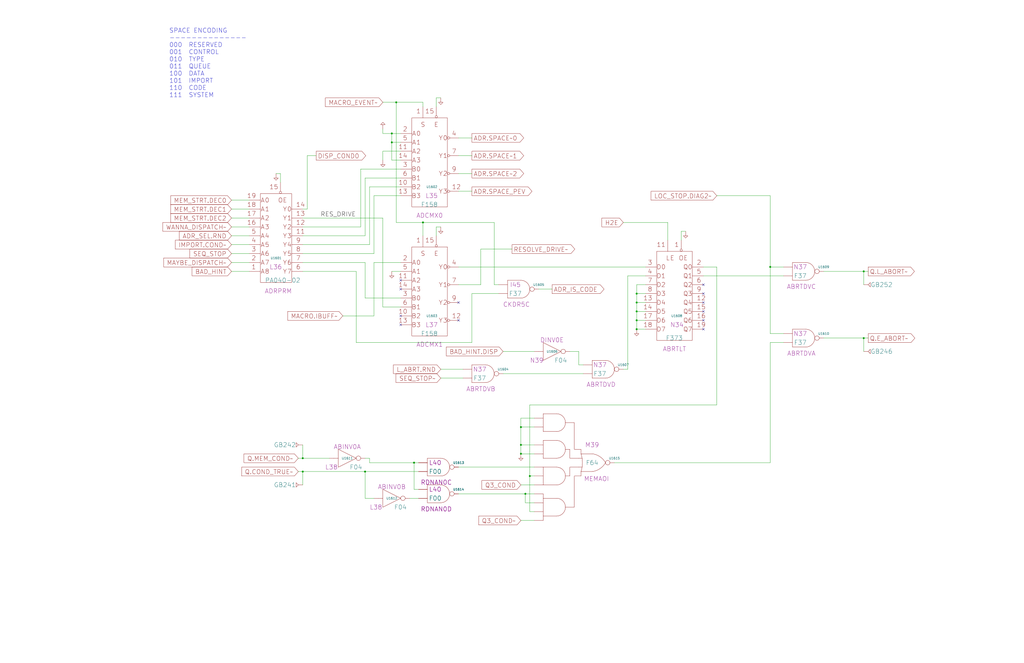
<source format=kicad_sch>
(kicad_sch (version 20211123) (generator eeschema)
  (paper "User" 584.2 378.46)
  (title_block (title "ADDRESS LOGIC CONTROL") (date "22-MAY-90") (rev "1.0") (comment 1 "SEQUENCER") (comment 2 "232-003064") (comment 3 "S400") (comment 4 "RELEASED"))
  (lib_symbols
    (symbol "r1000:F00" (pin_numbers hide) (pin_names hide)
      (property "Reference" "U" (at 15.24 0 0))
      (property "Value" "F00" (at 1.905 -5.08 0))
      (property "Location" "___" (at 1.905 0 0))
      (property "Name" "______" (at 2.54 -12.7 0))
      (symbol "F00_0_1"
        (polyline (pts (xy -2.54 -7.62) (xy 5.08 -7.62)) (stroke (width 0.1524)))
        (polyline (pts (xy -2.54 2.54) (xy -2.54 -7.62)) (stroke (width 0.1524)))
        (polyline (pts (xy -2.54 2.54) (xy 5.08 2.54)) (stroke (width 0.1524)))
        (arc (start 5.08 -7.62) (mid 10.1282 -2.54) (end 5.08 2.54) (stroke (width 0.1524)))
        (circle (center 11.43 -2.54) (radius 1.27) (stroke (width 0.1524)))
      )
      (symbol "F00_0_2"
        (circle (center -3.81 -5.08) (radius 1.27) (stroke (width 0.1524)))
        (circle (center -3.81 0) (radius 1.27) (stroke (width 0.1524)))
        (arc (start -3.175 -7.62) (mid -2.134 -2.54) (end -3.175 2.54) (stroke (width 0.1524)))
        (polyline (pts (xy -3.175 -7.62) (xy 3.81 -7.62)) (stroke (width 0.1524)))
        (polyline (pts (xy -3.175 2.54) (xy 3.81 2.54)) (stroke (width 0.1524)))
        (arc (start 3.81 -7.62) (mid 7.5855 -5.8306) (end 10.16 -2.54) (stroke (width 0.1524)))
        (arc (start 10.16 -2.54) (mid 7.5827 0.7471) (end 3.81 2.54) (stroke (width 0.1524)))
      )
      (symbol "F00_1_1"
        (pin input line (at -7.62 0 0) (length 5.08) (name "D0") (number "1"))
        (pin input line (at -7.62 -5.08 0) (length 5.08) (name "D1") (number "2"))
        (pin output line (at 15.24 -2.54 180) (length 2.54) (name "Q") (number "3"))
      )
      (symbol "F00_1_2"
        (pin input line (at -7.62 0 0) (length 2.54) (name "D0") (number "1"))
        (pin input line (at -7.62 -5.08 0) (length 2.54) (name "D1") (number "2"))
        (pin output line (at 15.24 -2.54 180) (length 5.08) (name "Q") (number "3"))
      )
    )
    (symbol "r1000:F04" (pin_numbers hide) (pin_names hide)
      (property "Reference" "U" (at 0 0 0))
      (property "Value" "F04" (at 1.27 -5.08 0))
      (property "Location" "___" (at -12.7 -5.08 0))
      (property "Name" "______" (at 0 5.08 0))
      (symbol "F04_0_1"
        (polyline (pts (xy -7.62 0) (xy -5.08 0)) (stroke (width 0.1524)))
        (polyline (pts (xy -5.08 5.08) (xy -5.08 -5.08)) (stroke (width 0.1524)))
        (polyline (pts (xy 5.08 0) (xy -5.08 -5.08)) (stroke (width 0.1524)))
        (polyline (pts (xy 5.08 0) (xy -5.08 5.08)) (stroke (width 0.1524)))
        (circle (center 6.35 0) (radius 1.27) (stroke (width 0.1524)))
      )
      (symbol "F04_1_1"
        (pin input line (at -10.16 0 0) (length 2.54) (name "D") (number "1"))
        (pin output line (at 10.16 0 180) (length 2.54) (name "Q") (number "2"))
      )
    )
    (symbol "r1000:F158" (pin_numbers hide) (pin_names (offset 1.016) hide)
      (property "Reference" "U" (at 2.54 5.08 0))
      (property "Value" "F158" (at -3.81 -5.08 0))
      (property "Location" "___" (at -1.27 0 0))
      (property "Name" "______" (at 1.27 -12.7 0))
      (symbol "F158_1_1"
        (rectangle (start -8.89 44.45) (end 11.43 -6.35))
        (circle (center 5.08 45.085) (radius 0.635))
        (circle (center 12.065 2.54) (radius 0.635))
        (circle (center 12.065 12.7) (radius 0.635))
        (circle (center 12.065 22.86) (radius 0.635))
        (circle (center 12.065 33.02) (radius 0.635))
        (text "0" (at -12.7 7.62 0) (effects (font (size 2.54 2.54))))
        (text "0" (at -5.08 15.24 0) (effects (font (size 2.54 2.54))))
        (text "0" (at -5.08 35.56 0) (effects (font (size 2.54 2.54))))
        (text "0" (at 10.16 33.02 0) (effects (font (size 2.54 2.54))))
        (text "1" (at -15.24 2.54 0) (effects (font (size 2.54 2.54))))
        (text "1" (at -15.24 7.62 0) (effects (font (size 2.54 2.54))))
        (text "1" (at -15.24 22.86 0) (effects (font (size 2.54 2.54))))
        (text "1" (at -15.24 27.94 0) (effects (font (size 2.54 2.54))))
        (text "1" (at -12.7 27.94 0) (effects (font (size 2.54 2.54))))
        (text "1" (at -5.08 10.16 0) (effects (font (size 2.54 2.54))))
        (text "1" (at -5.08 30.48 0) (effects (font (size 2.54 2.54))))
        (text "1" (at -5.08 48.26 0) (effects (font (size 2.54 2.54))))
        (text "1" (at 0 48.26 0) (effects (font (size 2.54 2.54))))
        (text "1" (at 10.16 22.86 0) (effects (font (size 2.54 2.54))))
        (text "1" (at 15.24 5.08 0) (effects (font (size 2.54 2.54))))
        (text "2" (at -12.7 38.1 0) (effects (font (size 2.54 2.54))))
        (text "2" (at -5.08 5.08 0) (effects (font (size 2.54 2.54))))
        (text "2" (at -5.08 25.4 0) (effects (font (size 2.54 2.54))))
        (text "2" (at 10.16 12.7 0) (effects (font (size 2.54 2.54))))
        (text "2" (at 17.78 5.08 0) (effects (font (size 2.54 2.54))))
        (text "3" (at -12.7 2.54 0) (effects (font (size 2.54 2.54))))
        (text "3" (at -12.7 17.78 0) (effects (font (size 2.54 2.54))))
        (text "3" (at -5.08 0 0) (effects (font (size 2.54 2.54))))
        (text "3" (at -5.08 20.32 0) (effects (font (size 2.54 2.54))))
        (text "3" (at 10.16 2.54 0) (effects (font (size 2.54 2.54))))
        (text "4" (at -12.7 22.86 0) (effects (font (size 2.54 2.54))))
        (text "4" (at 15.24 35.56 0) (effects (font (size 2.54 2.54))))
        (text "5" (at -12.7 33.02 0) (effects (font (size 2.54 2.54))))
        (text "5" (at 2.54 48.26 0) (effects (font (size 2.54 2.54))))
        (text "6" (at -12.7 12.7 0) (effects (font (size 2.54 2.54))))
        (text "7" (at 15.24 25.4 0) (effects (font (size 2.54 2.54))))
        (text "9" (at 15.24 15.24 0) (effects (font (size 2.54 2.54))))
        (text "A" (at -7.62 20.32 0) (effects (font (size 2.54 2.54))))
        (text "A" (at -7.62 25.4 0) (effects (font (size 2.54 2.54))))
        (text "A" (at -7.62 30.48 0) (effects (font (size 2.54 2.54))))
        (text "A" (at -7.62 35.56 0) (effects (font (size 2.54 2.54))))
        (text "B" (at -7.62 0 0) (effects (font (size 2.54 2.54))))
        (text "B" (at -7.62 5.08 0) (effects (font (size 2.54 2.54))))
        (text "B" (at -7.62 10.16 0) (effects (font (size 2.54 2.54))))
        (text "B" (at -7.62 15.24 0) (effects (font (size 2.54 2.54))))
        (text "E" (at 5.08 40.64 0) (effects (font (size 2.54 2.54))))
        (text "S" (at -2.54 40.64 0) (effects (font (size 2.54 2.54))))
        (text "Y" (at 7.62 2.54 0) (effects (font (size 2.54 2.54))))
        (text "Y" (at 7.62 12.7 0) (effects (font (size 2.54 2.54))))
        (text "Y" (at 7.62 22.86 0) (effects (font (size 2.54 2.54))))
        (text "Y" (at 7.62 33.02 0) (effects (font (size 2.54 2.54))))
        (pin input line (at -2.54 50.8 270) (length 6.35) (name "S") (number "1"))
        (pin input line (at -15.24 5.08 0) (length 6.35) (name "B2") (number "10"))
        (pin input line (at -15.24 25.4 0) (length 6.35) (name "A2") (number "11"))
        (pin output line (at 17.78 2.54 180) (length 5.08) (name "Y3_") (number "12"))
        (pin input line (at -15.24 0 0) (length 6.35) (name "B3") (number "13"))
        (pin input line (at -15.24 20.32 0) (length 6.35) (name "A3") (number "14"))
        (pin input line (at 5.08 50.8 270) (length 5.08) (name "E_") (number "15"))
        (pin input line (at -15.24 35.56 0) (length 6.35) (name "A0") (number "2"))
        (pin input line (at -15.24 15.24 0) (length 6.35) (name "B0") (number "3"))
        (pin output line (at 17.78 33.02 180) (length 5.08) (name "Y0_") (number "4"))
        (pin input line (at -15.24 30.48 0) (length 6.35) (name "A1") (number "5"))
        (pin input line (at -15.24 10.16 0) (length 6.35) (name "B1") (number "6"))
        (pin output line (at 17.78 22.86 180) (length 5.08) (name "Y1_") (number "7"))
        (pin output line (at 17.78 12.7 180) (length 5.08) (name "Y2_") (number "9"))
      )
    )
    (symbol "r1000:F37" (pin_numbers hide) (pin_names (offset 0) hide)
      (property "Reference" "U" (at 15.24 0 0))
      (property "Value" "F37" (at 1.905 -5.08 0))
      (property "Location" "___" (at 1.905 0 0))
      (property "Name" "______" (at 2.54 -12.7 0))
      (symbol "F37_0_1"
        (polyline (pts (xy -2.54 -7.62) (xy 5.08 -7.62)) (stroke (width 0.1524)))
        (polyline (pts (xy -2.54 2.54) (xy -2.54 -7.62)) (stroke (width 0.1524)))
        (polyline (pts (xy -2.54 2.54) (xy 5.08 2.54)) (stroke (width 0.1524)))
        (arc (start 5.08 -7.62) (mid 10.1282 -2.54) (end 5.08 2.54) (stroke (width 0.1524)))
        (circle (center 11.43 -2.54) (radius 1.27) (stroke (width 0.1524)))
      )
      (symbol "F37_0_2"
        (circle (center -3.81 -5.08) (radius 1.27) (stroke (width 0.1524)))
        (circle (center -3.81 0) (radius 1.27) (stroke (width 0.1524)))
        (arc (start -3.175 -7.62) (mid -2.134 -2.54) (end -3.175 2.54) (stroke (width 0.1524)))
        (polyline (pts (xy -3.175 -7.62) (xy 3.81 -7.62)) (stroke (width 0.1524)))
        (polyline (pts (xy -3.175 2.54) (xy 3.81 2.54)) (stroke (width 0.1524)))
        (arc (start 3.81 -7.62) (mid 7.5855 -5.8306) (end 10.16 -2.54) (stroke (width 0.1524)))
        (arc (start 10.16 -2.54) (mid 7.5827 0.7471) (end 3.81 2.54) (stroke (width 0.1524)))
      )
      (symbol "F37_1_1"
        (pin input line (at -7.62 0 0) (length 5.08) (name "D0") (number "1"))
        (pin input line (at -7.62 -5.08 0) (length 5.08) (name "D1") (number "2"))
        (pin output line (at 15.24 -2.54 180) (length 2.54) (name "Q") (number "3"))
      )
      (symbol "F37_1_2"
        (pin input line (at -7.62 0 0) (length 2.54) (name "D0") (number "1"))
        (pin input line (at -7.62 -5.08 0) (length 2.54) (name "D1") (number "2"))
        (pin output line (at 15.24 -2.54 180) (length 5.08) (name "Q") (number "3"))
      )
    )
    (symbol "r1000:F373" (pin_numbers hide) (pin_names (offset 1.016) hide)
      (property "Reference" "U" (at 2.54 5.08 0))
      (property "Value" "F373" (at -3.81 -7.62 0))
      (property "Location" "___" (at -1.27 0 0))
      (property "Name" "______" (at 1.27 -15.24 0))
      (symbol "F373_1_1"
        (rectangle (start -8.89 41.91) (end 11.43 -8.89))
        (circle (center 5.08 42.545) (radius 0.635))
        (text "0" (at -5.08 33.02 0) (effects (font (size 2.54 2.54))))
        (text "0" (at 10.16 33.02 0) (effects (font (size 2.54 2.54))))
        (text "1" (at -15.24 0 0) (effects (font (size 2.54 2.54))))
        (text "1" (at -15.24 5.08 0) (effects (font (size 2.54 2.54))))
        (text "1" (at -15.24 10.16 0) (effects (font (size 2.54 2.54))))
        (text "1" (at -15.24 15.24 0) (effects (font (size 2.54 2.54))))
        (text "1" (at -7.62 45.72 0) (effects (font (size 2.54 2.54))))
        (text "1" (at -5.08 27.94 0) (effects (font (size 2.54 2.54))))
        (text "1" (at -5.08 45.72 0) (effects (font (size 2.54 2.54))))
        (text "1" (at 2.54 45.72 0) (effects (font (size 2.54 2.54))))
        (text "1" (at 10.16 27.94 0) (effects (font (size 2.54 2.54))))
        (text "1" (at 15.24 0 0) (effects (font (size 2.54 2.54))))
        (text "1" (at 15.24 5.08 0) (effects (font (size 2.54 2.54))))
        (text "1" (at 15.24 10.16 0) (effects (font (size 2.54 2.54))))
        (text "1" (at 15.24 15.24 0) (effects (font (size 2.54 2.54))))
        (text "2" (at -5.08 22.86 0) (effects (font (size 2.54 2.54))))
        (text "2" (at 10.16 22.86 0) (effects (font (size 2.54 2.54))))
        (text "2" (at 15.24 35.56 0) (effects (font (size 2.54 2.54))))
        (text "2" (at 17.78 15.24 0) (effects (font (size 2.54 2.54))))
        (text "3" (at -12.7 15.24 0) (effects (font (size 2.54 2.54))))
        (text "3" (at -12.7 35.56 0) (effects (font (size 2.54 2.54))))
        (text "3" (at -5.08 17.78 0) (effects (font (size 2.54 2.54))))
        (text "3" (at 10.16 17.78 0) (effects (font (size 2.54 2.54))))
        (text "4" (at -12.7 10.16 0) (effects (font (size 2.54 2.54))))
        (text "4" (at -12.7 30.48 0) (effects (font (size 2.54 2.54))))
        (text "4" (at -5.08 12.7 0) (effects (font (size 2.54 2.54))))
        (text "4" (at 10.16 12.7 0) (effects (font (size 2.54 2.54))))
        (text "5" (at -5.08 7.62 0) (effects (font (size 2.54 2.54))))
        (text "5" (at 10.16 7.62 0) (effects (font (size 2.54 2.54))))
        (text "5" (at 15.24 30.48 0) (effects (font (size 2.54 2.54))))
        (text "5" (at 17.78 10.16 0) (effects (font (size 2.54 2.54))))
        (text "6" (at -5.08 2.54 0) (effects (font (size 2.54 2.54))))
        (text "6" (at 10.16 2.54 0) (effects (font (size 2.54 2.54))))
        (text "6" (at 15.24 25.4 0) (effects (font (size 2.54 2.54))))
        (text "6" (at 17.78 5.08 0) (effects (font (size 2.54 2.54))))
        (text "7" (at -12.7 5.08 0) (effects (font (size 2.54 2.54))))
        (text "7" (at -12.7 25.4 0) (effects (font (size 2.54 2.54))))
        (text "7" (at -5.08 -2.54 0) (effects (font (size 2.54 2.54))))
        (text "7" (at 10.16 -2.54 0) (effects (font (size 2.54 2.54))))
        (text "8" (at -12.7 0 0) (effects (font (size 2.54 2.54))))
        (text "8" (at -12.7 20.32 0) (effects (font (size 2.54 2.54))))
        (text "9" (at 15.24 20.32 0) (effects (font (size 2.54 2.54))))
        (text "9" (at 17.78 0 0) (effects (font (size 2.54 2.54))))
        (text "D" (at -7.62 -2.54 0) (effects (font (size 2.54 2.54))))
        (text "D" (at -7.62 2.54 0) (effects (font (size 2.54 2.54))))
        (text "D" (at -7.62 7.62 0) (effects (font (size 2.54 2.54))))
        (text "D" (at -7.62 12.7 0) (effects (font (size 2.54 2.54))))
        (text "D" (at -7.62 17.78 0) (effects (font (size 2.54 2.54))))
        (text "D" (at -7.62 22.86 0) (effects (font (size 2.54 2.54))))
        (text "D" (at -7.62 27.94 0) (effects (font (size 2.54 2.54))))
        (text "D" (at -7.62 33.02 0) (effects (font (size 2.54 2.54))))
        (text "E" (at 0 38.1 0) (effects (font (size 2.54 2.54))))
        (text "E" (at 7.62 38.1 0) (effects (font (size 2.54 2.54))))
        (text "L" (at -2.54 38.1 0) (effects (font (size 2.54 2.54))))
        (text "O" (at 5.08 38.1 0) (effects (font (size 2.54 2.54))))
        (text "Q" (at 7.62 -2.54 0) (effects (font (size 2.54 2.54))))
        (text "Q" (at 7.62 2.54 0) (effects (font (size 2.54 2.54))))
        (text "Q" (at 7.62 7.62 0) (effects (font (size 2.54 2.54))))
        (text "Q" (at 7.62 12.7 0) (effects (font (size 2.54 2.54))))
        (text "Q" (at 7.62 17.78 0) (effects (font (size 2.54 2.54))))
        (text "Q" (at 7.62 22.86 0) (effects (font (size 2.54 2.54))))
        (text "Q" (at 7.62 27.94 0) (effects (font (size 2.54 2.54))))
        (text "Q" (at 7.62 33.02 0) (effects (font (size 2.54 2.54))))
        (pin input line (at 5.08 48.26 270) (length 5.08) (name "OE_") (number "1"))
        (pin input line (at -2.54 48.26 270) (length 6.35) (name "LE") (number "11"))
        (pin tri_state line (at 17.78 12.7 180) (length 6.35) (name "Q4") (number "12"))
        (pin input line (at -15.24 12.7 0) (length 6.35) (name "D4") (number "13"))
        (pin input line (at -15.24 7.62 0) (length 6.35) (name "D5") (number "14"))
        (pin tri_state line (at 17.78 7.62 180) (length 6.35) (name "Q5") (number "15"))
        (pin tri_state line (at 17.78 2.54 180) (length 6.35) (name "Q6") (number "16"))
        (pin input line (at -15.24 2.54 0) (length 6.35) (name "D6") (number "17"))
        (pin input line (at -15.24 -2.54 0) (length 6.35) (name "D7") (number "18"))
        (pin tri_state line (at 17.78 -2.54 180) (length 6.35) (name "Q7") (number "19"))
        (pin tri_state line (at 17.78 33.02 180) (length 6.35) (name "Q0") (number "2"))
        (pin input line (at -15.24 33.02 0) (length 6.35) (name "D0") (number "3"))
        (pin input line (at -15.24 27.94 0) (length 6.35) (name "D1") (number "4"))
        (pin tri_state line (at 17.78 27.94 180) (length 6.35) (name "Q1") (number "5"))
        (pin tri_state line (at 17.78 22.86 180) (length 6.35) (name "Q2") (number "6"))
        (pin input line (at -15.24 22.86 0) (length 6.35) (name "D2") (number "7"))
        (pin input line (at -15.24 17.78 0) (length 6.35) (name "D3") (number "8"))
        (pin tri_state line (at 17.78 17.78 180) (length 6.35) (name "Q3") (number "9"))
      )
    )
    (symbol "r1000:F64" (pin_numbers hide) (pin_names hide)
      (property "Reference" "U" (at 15.24 2.54 0))
      (property "Value" "F64" (at 2.54 0 0))
      (property "Location" "___" (at 2.54 10.16 0))
      (property "Name" "______" (at 5.08 -10.62 0))
      (symbol "F64_0_0"
        (arc (start -17.78 -30.48) (mid -14.1879 -28.9921) (end -12.7 -25.4) (stroke (width 0.1524)))
        (arc (start -17.78 -12.7) (mid -14.1879 -11.2121) (end -12.7 -7.62) (stroke (width 0.1524)))
        (arc (start -17.78 2.54) (mid -14.1879 4.0279) (end -12.7 7.62) (stroke (width 0.1524)))
        (arc (start -17.78 17.78) (mid -14.1879 19.2679) (end -12.7 22.86) (stroke (width 0.1524)))
        (arc (start -12.7 -25.4) (mid -14.1879 -21.8079) (end -17.78 -20.32) (stroke (width 0.1524)))
        (arc (start -12.7 -7.62) (mid -14.1879 -4.0279) (end -17.78 -2.54) (stroke (width 0.1524)))
        (arc (start -12.7 7.62) (mid -14.1879 11.2121) (end -17.78 12.7) (stroke (width 0.1524)))
        (arc (start -12.7 22.86) (mid -14.1879 26.4521) (end -17.78 27.94) (stroke (width 0.1524)))
        (arc (start -3.8173 -5.08) (mid -2.9926 0) (end -3.8173 5.08) (stroke (width 0.1524)))
        (polyline (pts (xy -25.4 -30.48) (xy -17.78 -30.48)) (stroke (width 0.1524)))
        (polyline (pts (xy -25.4 -20.32) (xy -17.78 -20.32)) (stroke (width 0.1524)))
        (polyline (pts (xy -25.4 -12.7) (xy -17.78 -12.7)) (stroke (width 0.1524)))
        (polyline (pts (xy -25.4 -2.54) (xy -17.78 -2.54)) (stroke (width 0.1524)))
        (polyline (pts (xy -25.4 2.54) (xy -17.78 2.54)) (stroke (width 0.1524)))
        (polyline (pts (xy -25.4 12.7) (xy -17.78 12.7)) (stroke (width 0.1524)))
        (polyline (pts (xy -25.4 17.78) (xy -17.78 17.78)) (stroke (width 0.1524)))
        (polyline (pts (xy -25.4 27.94) (xy -17.78 27.94)) (stroke (width 0.1524)))
        (polyline (pts (xy -3.81 -5.08) (xy 2.54 -5.08)) (stroke (width 0.1524)))
        (polyline (pts (xy -3.81 5.08) (xy 2.54 5.08)) (stroke (width 0.1524)))
        (arc (start 2.54 -5.08) (mid 6.9504 -3.4405) (end 10.16 0) (stroke (width 0.1524)))
        (arc (start 10.16 0) (mid 6.9516 3.4424) (end 2.54 5.08) (stroke (width 0.1524)))
        (circle (center 11.43 0) (radius 1.27) (stroke (width 0.1524)))
      )
      (symbol "F64_0_1"
        (polyline (pts (xy -25.4 -33.02) (xy -25.4 -30.48)) (stroke (width 0.1524)))
        (polyline (pts (xy -25.4 -20.32) (xy -25.4 -30.48)) (stroke (width 0.1524)))
        (polyline (pts (xy -25.4 -17.78) (xy -25.4 -20.32)) (stroke (width 0.1524)))
        (polyline (pts (xy -25.4 -2.54) (xy -25.4 -12.7)) (stroke (width 0.1524)))
        (polyline (pts (xy -25.4 12.7) (xy -25.4 2.54)) (stroke (width 0.1524)))
        (polyline (pts (xy -25.4 27.94) (xy -25.4 17.78)) (stroke (width 0.1524)))
        (polyline (pts (xy -12.7 -7.62) (xy -12.7 -7.62)) (stroke (width 0.1524)))
        (polyline (pts (xy -5.08 -2.54) (xy -3.175 -2.54)) (stroke (width 0.1524)))
        (polyline (pts (xy -5.08 2.54) (xy -3.175 2.54)) (stroke (width 0.1524)))
        (polyline (pts (xy -12.7 -7.62) (xy -10.16 -7.62) (xy -10.16 -2.54) (xy -5.08 -2.54)) (stroke (width 0.1524)))
        (polyline (pts (xy -12.7 7.62) (xy -10.16 7.62) (xy -10.16 2.54) (xy -5.08 2.54)) (stroke (width 0.1524)))
        (polyline (pts (xy -3.81 -5.08) (xy -3.81 -7.62) (xy -7.62 -7.62) (xy -7.62 -25.4) (xy -12.7 -25.4)) (stroke (width 0.1524)))
        (polyline (pts (xy -3.81 5.08) (xy -3.81 7.62) (xy -7.62 7.62) (xy -7.62 22.86) (xy -12.7 22.86)) (stroke (width 0.1524)))
      )
      (symbol "F64_1_1"
        (pin input line (at -30.48 -17.78 0) (length 5.08) (name "D0") (number "1"))
        (pin input line (at -30.48 5.08 0) (length 5.08) (name "B1") (number "10"))
        (pin input line (at -30.48 -22.86 0) (length 5.08) (name "D1") (number "11"))
        (pin input line (at -30.48 -27.94 0) (length 5.08) (name "D2") (number "12"))
        (pin input line (at -30.48 -33.02 0) (length 5.08) (name "D3") (number "13"))
        (pin input line (at -30.48 25.4 0) (length 5.08) (name "A0") (number "2"))
        (pin input line (at -30.48 20.32 0) (length 5.08) (name "A1") (number "3"))
        (pin input line (at -30.48 -2.54 0) (length 5.08) (name "C0") (number "4"))
        (pin input line (at -30.48 -7.62 0) (length 5.08) (name "C1") (number "5"))
        (pin input line (at -30.48 -12.7 0) (length 5.08) (name "C2") (number "6"))
        (pin output line (at 15.24 0 180) (length 2.54) (name "Q") (number "8"))
        (pin input line (at -30.48 10.16 0) (length 5.08) (name "B0") (number "9"))
      )
    )
    (symbol "r1000:GB" (pin_numbers hide) (pin_names (offset 0) hide)
      (property "Reference" "GB" (at 3.81 0 0))
      (symbol "GB_0_1"
        (polyline (pts (xy 2.54 0) (xy 3.81 1.27) (xy 3.81 -1.27) (xy 2.54 0)) (stroke (width 0.1524)))
      )
      (symbol "GB_1_1"
        (pin bidirectional line (at 0 0 0) (length 2.54) (name "") (number "1"))
      )
    )
    (symbol "r1000:PAxxx" (pin_numbers hide) (pin_names (offset 1.016) hide)
      (property "Reference" "U" (at 2.54 5.08 0))
      (property "Value" "PAxxx" (at -3.81 -7.62 0))
      (property "Location" "___" (at -1.27 0 0))
      (property "Name" "______" (at 3.81 -15.24 0))
      (symbol "PAxxx_1_1"
        (rectangle (start -6.35 41.91) (end 11.43 -8.89))
        (circle (center 5.08 42.545) (radius 0.635))
        (text "0" (at -2.54 38.1 0) (effects (font (size 2.54 2.54))))
        (text "0" (at 10.16 33.02 0) (effects (font (size 2.54 2.54))))
        (text "1" (at -12.7 25.4 0) (effects (font (size 2.54 2.54))))
        (text "1" (at -12.7 30.48 0) (effects (font (size 2.54 2.54))))
        (text "1" (at -12.7 35.56 0) (effects (font (size 2.54 2.54))))
        (text "1" (at -12.7 40.64 0) (effects (font (size 2.54 2.54))))
        (text "1" (at -10.16 0 0) (effects (font (size 2.54 2.54))))
        (text "1" (at -2.54 33.02 0) (effects (font (size 2.54 2.54))))
        (text "1" (at 0 45.72 0) (effects (font (size 2.54 2.54))))
        (text "1" (at 10.16 27.94 0) (effects (font (size 2.54 2.54))))
        (text "1" (at 15.24 20.32 0) (effects (font (size 2.54 2.54))))
        (text "1" (at 15.24 25.4 0) (effects (font (size 2.54 2.54))))
        (text "1" (at 15.24 30.48 0) (effects (font (size 2.54 2.54))))
        (text "1" (at 15.24 35.56 0) (effects (font (size 2.54 2.54))))
        (text "1" (at 17.78 20.32 0) (effects (font (size 2.54 2.54))))
        (text "2" (at -10.16 5.08 0) (effects (font (size 2.54 2.54))))
        (text "2" (at -2.54 27.94 0) (effects (font (size 2.54 2.54))))
        (text "2" (at 10.16 22.86 0) (effects (font (size 2.54 2.54))))
        (text "2" (at 17.78 25.4 0) (effects (font (size 2.54 2.54))))
        (text "3" (at -10.16 10.16 0) (effects (font (size 2.54 2.54))))
        (text "3" (at -2.54 22.86 0) (effects (font (size 2.54 2.54))))
        (text "3" (at 10.16 17.78 0) (effects (font (size 2.54 2.54))))
        (text "3" (at 17.78 30.48 0) (effects (font (size 2.54 2.54))))
        (text "4" (at -10.16 15.24 0) (effects (font (size 2.54 2.54))))
        (text "4" (at -2.54 17.78 0) (effects (font (size 2.54 2.54))))
        (text "4" (at 10.16 12.7 0) (effects (font (size 2.54 2.54))))
        (text "4" (at 17.78 35.56 0) (effects (font (size 2.54 2.54))))
        (text "5" (at -10.16 20.32 0) (effects (font (size 2.54 2.54))))
        (text "5" (at -2.54 12.7 0) (effects (font (size 2.54 2.54))))
        (text "5" (at 2.54 45.72 0) (effects (font (size 2.54 2.54))))
        (text "5" (at 10.16 7.62 0) (effects (font (size 2.54 2.54))))
        (text "6" (at -10.16 25.4 0) (effects (font (size 2.54 2.54))))
        (text "6" (at -2.54 7.62 0) (effects (font (size 2.54 2.54))))
        (text "6" (at 10.16 2.54 0) (effects (font (size 2.54 2.54))))
        (text "6" (at 15.24 0 0) (effects (font (size 2.54 2.54))))
        (text "7" (at -10.16 30.48 0) (effects (font (size 2.54 2.54))))
        (text "7" (at -2.54 2.54 0) (effects (font (size 2.54 2.54))))
        (text "7" (at 10.16 -2.54 0) (effects (font (size 2.54 2.54))))
        (text "7" (at 15.24 5.08 0) (effects (font (size 2.54 2.54))))
        (text "8" (at -10.16 35.56 0) (effects (font (size 2.54 2.54))))
        (text "8" (at -2.54 -2.54 0) (effects (font (size 2.54 2.54))))
        (text "8" (at 15.24 10.16 0) (effects (font (size 2.54 2.54))))
        (text "9" (at -10.16 40.64 0) (effects (font (size 2.54 2.54))))
        (text "9" (at 15.24 15.24 0) (effects (font (size 2.54 2.54))))
        (text "A" (at -5.08 -2.54 0) (effects (font (size 2.54 2.54))))
        (text "A" (at -5.08 2.54 0) (effects (font (size 2.54 2.54))))
        (text "A" (at -5.08 7.62 0) (effects (font (size 2.54 2.54))))
        (text "A" (at -5.08 12.7 0) (effects (font (size 2.54 2.54))))
        (text "A" (at -5.08 17.78 0) (effects (font (size 2.54 2.54))))
        (text "A" (at -5.08 22.86 0) (effects (font (size 2.54 2.54))))
        (text "A" (at -5.08 27.94 0) (effects (font (size 2.54 2.54))))
        (text "A" (at -5.08 33.02 0) (effects (font (size 2.54 2.54))))
        (text "A" (at -5.08 38.1 0) (effects (font (size 2.54 2.54))))
        (text "E" (at 7.62 38.1 0) (effects (font (size 2.54 2.54))))
        (text "O" (at 5.08 38.1 0) (effects (font (size 2.54 2.54))))
        (text "Y" (at 7.62 -2.54 0) (effects (font (size 2.54 2.54))))
        (text "Y" (at 7.62 2.54 0) (effects (font (size 2.54 2.54))))
        (text "Y" (at 7.62 7.62 0) (effects (font (size 2.54 2.54))))
        (text "Y" (at 7.62 12.7 0) (effects (font (size 2.54 2.54))))
        (text "Y" (at 7.62 17.78 0) (effects (font (size 2.54 2.54))))
        (text "Y" (at 7.62 22.86 0) (effects (font (size 2.54 2.54))))
        (text "Y" (at 7.62 27.94 0) (effects (font (size 2.54 2.54))))
        (text "Y" (at 7.62 33.02 0) (effects (font (size 2.54 2.54))))
        (pin input line (at -12.7 -2.54 0) (length 6.35) (name "A8") (number "1"))
        (pin tri_state line (at 17.78 17.78 180) (length 6.35) (name "Y3") (number "11"))
        (pin tri_state line (at 17.78 22.86 180) (length 6.35) (name "Y2") (number "12"))
        (pin tri_state line (at 17.78 27.94 180) (length 6.35) (name "Y1") (number "13"))
        (pin tri_state line (at 17.78 33.02 180) (length 6.35) (name "Y0") (number "14"))
        (pin input line (at 5.08 48.26 270) (length 5.08) (name "OE_") (number "15"))
        (pin input line (at -12.7 22.86 0) (length 6.35) (name "A3") (number "16"))
        (pin input line (at -12.7 27.94 0) (length 6.35) (name "A2") (number "17"))
        (pin input line (at -12.7 33.02 0) (length 6.35) (name "A1") (number "18"))
        (pin input line (at -12.7 38.1 0) (length 6.35) (name "A0") (number "19"))
        (pin input line (at -12.7 2.54 0) (length 6.35) (name "A7") (number "2"))
        (pin input line (at -12.7 7.62 0) (length 6.35) (name "A6") (number "3"))
        (pin input line (at -12.7 12.7 0) (length 6.35) (name "A5") (number "4"))
        (pin input line (at -12.7 17.78 0) (length 6.35) (name "A4") (number "5"))
        (pin tri_state line (at 17.78 -2.54 180) (length 6.35) (name "Y7") (number "6"))
        (pin tri_state line (at 17.78 2.54 180) (length 6.35) (name "Y6") (number "7"))
        (pin tri_state line (at 17.78 7.62 180) (length 6.35) (name "Y5") (number "8"))
        (pin tri_state line (at 17.78 12.7 180) (length 6.35) (name "Y4") (number "9"))
      )
    )
    (symbol "r1000:PD" (power) (pin_numbers hide) (pin_names hide) (in_bom no)
      (symbol "PD_0_1"
        (polyline (pts (xy 0 -2.54) (xy 1.27 -2.54) (xy 0 -3.81) (xy -1.27 -2.54) (xy 0 -2.54)) (stroke (width 0.1524)))
      )
      (symbol "PD_1_1"
        (pin power_in line (at 0 0 270) (length 2.54) (name "PD") (number "1"))
      )
    )
    (symbol "r1000:PU" (power) (pin_numbers hide) (pin_names hide)
      (symbol "PU_0_1"
        (polyline (pts (xy 0 2.54) (xy -1.27 2.54) (xy 0 3.81) (xy 1.27 2.54) (xy 0 2.54)) (stroke (width 0.1524)))
      )
      (symbol "PU_1_1"
        (pin power_in line (at 0 0 90) (length 2.54) (name "PU") (number "1"))
      )
    )
  )
  (wire (pts (xy 132.08 114.3) (xy 142.24 114.3)))
  (wire (pts (xy 132.08 119.38) (xy 142.24 119.38)))
  (wire (pts (xy 132.08 124.46) (xy 142.24 124.46)))
  (wire (pts (xy 132.08 129.54) (xy 142.24 129.54)))
  (wire (pts (xy 132.08 134.62) (xy 142.24 134.62)))
  (wire (pts (xy 132.08 139.7) (xy 142.24 139.7)))
  (wire (pts (xy 132.08 144.78) (xy 142.24 144.78)))
  (wire (pts (xy 132.08 149.86) (xy 142.24 149.86)))
  (wire (pts (xy 132.08 154.94) (xy 142.24 154.94)))
  (wire (pts (xy 157.48 99.06) (xy 160.02 99.06)))
  (wire (pts (xy 160.02 99.06) (xy 160.02 104.14)))
  (wire (pts (xy 170.18 261.62) (xy 172.72 261.62)))
  (wire (pts (xy 170.18 269.24) (xy 172.72 269.24)))
  (wire (pts (xy 172.72 119.38) (xy 175.26 119.38)))
  (wire (pts (xy 172.72 124.46) (xy 218.44 124.46)))
  (wire (pts (xy 172.72 134.62) (xy 208.28 134.62)))
  (wire (pts (xy 172.72 154.94) (xy 203.2 154.94)))
  (wire (pts (xy 172.72 254) (xy 172.72 261.62)))
  (wire (pts (xy 172.72 261.62) (xy 187.96 261.62)))
  (wire (pts (xy 172.72 269.24) (xy 172.72 276.86)))
  (wire (pts (xy 172.72 269.24) (xy 208.28 269.24)))
  (wire (pts (xy 175.26 119.38) (xy 175.26 88.9)))
  (wire (pts (xy 175.26 88.9) (xy 180.34 88.9)))
  (wire (pts (xy 195.58 180.34) (xy 213.36 180.34)))
  (wire (pts (xy 203.2 154.94) (xy 203.2 195.58)))
  (wire (pts (xy 203.2 195.58) (xy 269.24 195.58)))
  (wire (pts (xy 205.74 129.54) (xy 172.72 129.54)))
  (wire (pts (xy 205.74 96.52) (xy 205.74 129.54)))
  (wire (pts (xy 208.28 101.6) (xy 208.28 134.62)))
  (wire (pts (xy 208.28 149.86) (xy 172.72 149.86)))
  (wire (pts (xy 208.28 170.18) (xy 208.28 149.86)))
  (wire (pts (xy 208.28 261.62) (xy 210.82 261.62)))
  (wire (pts (xy 208.28 269.24) (xy 208.28 284.48)))
  (wire (pts (xy 208.28 269.24) (xy 238.76 269.24)))
  (wire (pts (xy 208.28 284.48) (xy 213.36 284.48)))
  (wire (pts (xy 210.82 106.68) (xy 210.82 139.7)))
  (wire (pts (xy 210.82 139.7) (xy 172.72 139.7)))
  (wire (pts (xy 210.82 261.62) (xy 210.82 264.16)))
  (wire (pts (xy 210.82 264.16) (xy 236.22 264.16)))
  (wire (pts (xy 213.36 111.76) (xy 213.36 144.78)))
  (wire (pts (xy 213.36 144.78) (xy 172.72 144.78)))
  (wire (pts (xy 213.36 149.86) (xy 213.36 180.34)))
  (wire (pts (xy 218.44 124.46) (xy 218.44 175.26)))
  (wire (pts (xy 218.44 175.26) (xy 228.6 175.26)))
  (wire (pts (xy 218.44 73.66) (xy 218.44 76.2)))
  (wire (pts (xy 218.44 76.2) (xy 223.52 76.2)))
  (wire (pts (xy 218.44 86.36) (xy 218.44 91.44)))
  (wire (pts (xy 223.52 154.94) (xy 228.6 154.94)))
  (wire (pts (xy 223.52 76.2) (xy 228.6 76.2)))
  (wire (pts (xy 223.52 81.28) (xy 223.52 76.2)))
  (wire (pts (xy 223.52 81.28) (xy 228.6 81.28)))
  (wire (pts (xy 223.52 91.44) (xy 223.52 81.28)))
  (wire (pts (xy 226.06 127) (xy 241.3 127)))
  (wire (pts (xy 226.06 58.42) (xy 218.44 58.42)))
  (wire (pts (xy 226.06 58.42) (xy 226.06 127)))
  (wire (pts (xy 228.6 101.6) (xy 208.28 101.6)))
  (wire (pts (xy 228.6 106.68) (xy 210.82 106.68)))
  (wire (pts (xy 228.6 111.76) (xy 213.36 111.76)))
  (wire (pts (xy 228.6 149.86) (xy 213.36 149.86)))
  (wire (pts (xy 228.6 170.18) (xy 208.28 170.18)))
  (wire (pts (xy 228.6 86.36) (xy 218.44 86.36)))
  (wire (pts (xy 228.6 91.44) (xy 223.52 91.44)))
  (wire (pts (xy 228.6 96.52) (xy 205.74 96.52)))
  (wire (pts (xy 233.68 284.48) (xy 238.76 284.48)))
  (wire (pts (xy 236.22 264.16) (xy 238.76 264.16)))
  (wire (pts (xy 236.22 279.4) (xy 236.22 264.16)))
  (wire (pts (xy 238.76 279.4) (xy 236.22 279.4)))
  (wire (pts (xy 241.3 127) (xy 241.3 134.62)))
  (wire (pts (xy 241.3 127) (xy 281.94 127)))
  (wire (pts (xy 241.3 58.42) (xy 226.06 58.42)))
  (wire (pts (xy 241.3 60.96) (xy 241.3 58.42)))
  (wire (pts (xy 248.92 129.54) (xy 248.92 134.62)))
  (wire (pts (xy 248.92 55.88) (xy 248.92 60.96)))
  (wire (pts (xy 251.46 129.54) (xy 248.92 129.54)))
  (wire (pts (xy 251.46 210.82) (xy 264.16 210.82)))
  (wire (pts (xy 251.46 215.9) (xy 264.16 215.9)))
  (wire (pts (xy 251.46 55.88) (xy 248.92 55.88)))
  (wire (pts (xy 261.62 109.22) (xy 269.24 109.22)))
  (wire (pts (xy 261.62 152.4) (xy 368.3 152.4)))
  (wire (pts (xy 261.62 162.56) (xy 274.32 162.56)))
  (wire (pts (xy 261.62 266.7) (xy 304.8 266.7)))
  (wire (pts (xy 261.62 281.94) (xy 299.72 281.94)))
  (wire (pts (xy 261.62 78.74) (xy 269.24 78.74)))
  (wire (pts (xy 261.62 88.9) (xy 269.24 88.9)))
  (wire (pts (xy 261.62 99.06) (xy 269.24 99.06)))
  (wire (pts (xy 269.24 167.64) (xy 269.24 195.58)))
  (wire (pts (xy 269.24 167.64) (xy 284.48 167.64)))
  (wire (pts (xy 274.32 142.24) (xy 292.1 142.24)))
  (wire (pts (xy 274.32 162.56) (xy 274.32 142.24)))
  (wire (pts (xy 281.94 127) (xy 281.94 162.56)))
  (wire (pts (xy 281.94 162.56) (xy 284.48 162.56)))
  (wire (pts (xy 287.02 200.66) (xy 304.8 200.66)))
  (wire (pts (xy 287.02 213.36) (xy 332.74 213.36)))
  (wire (pts (xy 297.18 238.76) (xy 297.18 243.84)))
  (wire (pts (xy 297.18 243.84) (xy 297.18 254)))
  (wire (pts (xy 297.18 243.84) (xy 304.8 243.84)))
  (wire (pts (xy 297.18 254) (xy 297.18 259.08)))
  (wire (pts (xy 297.18 254) (xy 304.8 254)))
  (wire (pts (xy 297.18 259.08) (xy 304.8 259.08)))
  (wire (pts (xy 297.18 276.86) (xy 304.8 276.86)))
  (wire (pts (xy 297.18 297.18) (xy 304.8 297.18)))
  (wire (pts (xy 299.72 281.94) (xy 304.8 281.94)))
  (wire (pts (xy 299.72 287.02) (xy 299.72 281.94)))
  (wire (pts (xy 302.26 231.14) (xy 302.26 271.78)))
  (wire (pts (xy 302.26 271.78) (xy 302.26 292.1)))
  (wire (pts (xy 302.26 271.78) (xy 304.8 271.78)))
  (wire (pts (xy 302.26 292.1) (xy 304.8 292.1)))
  (wire (pts (xy 304.8 238.76) (xy 297.18 238.76)))
  (wire (pts (xy 304.8 287.02) (xy 299.72 287.02)))
  (wire (pts (xy 307.34 165.1) (xy 314.96 165.1)))
  (wire (pts (xy 325.12 200.66) (xy 330.2 200.66)))
  (wire (pts (xy 330.2 200.66) (xy 330.2 208.28)))
  (wire (pts (xy 330.2 208.28) (xy 332.74 208.28)))
  (wire (pts (xy 350.52 264.16) (xy 439.42 264.16)))
  (wire (pts (xy 355.6 127) (xy 381 127)))
  (wire (pts (xy 355.6 210.82) (xy 358.14 210.82)))
  (wire (pts (xy 358.14 157.48) (xy 368.3 157.48)))
  (wire (pts (xy 358.14 210.82) (xy 358.14 157.48)))
  (wire (pts (xy 363.22 162.56) (xy 363.22 167.64)))
  (wire (pts (xy 363.22 167.64) (xy 363.22 172.72)))
  (wire (pts (xy 363.22 167.64) (xy 368.3 167.64)))
  (wire (pts (xy 363.22 172.72) (xy 363.22 177.8)))
  (wire (pts (xy 363.22 172.72) (xy 368.3 172.72)))
  (wire (pts (xy 363.22 177.8) (xy 363.22 182.88)))
  (wire (pts (xy 363.22 177.8) (xy 368.3 177.8)))
  (wire (pts (xy 363.22 182.88) (xy 363.22 187.96)))
  (wire (pts (xy 363.22 182.88) (xy 368.3 182.88)))
  (wire (pts (xy 363.22 187.96) (xy 368.3 187.96)))
  (wire (pts (xy 368.3 162.56) (xy 363.22 162.56)))
  (wire (pts (xy 381 127) (xy 381 137.16)))
  (wire (pts (xy 388.62 132.08) (xy 388.62 137.16)))
  (wire (pts (xy 391.16 132.08) (xy 388.62 132.08)))
  (wire (pts (xy 401.32 152.4) (xy 408.94 152.4)))
  (wire (pts (xy 401.32 157.48) (xy 447.04 157.48)))
  (wire (pts (xy 408.94 111.76) (xy 439.42 111.76)))
  (wire (pts (xy 408.94 152.4) (xy 408.94 231.14)))
  (wire (pts (xy 408.94 231.14) (xy 302.26 231.14)))
  (wire (pts (xy 439.42 111.76) (xy 439.42 152.4)))
  (wire (pts (xy 439.42 152.4) (xy 447.04 152.4)))
  (wire (pts (xy 439.42 190.5) (xy 439.42 152.4)))
  (wire (pts (xy 439.42 195.58) (xy 447.04 195.58)))
  (wire (pts (xy 439.42 264.16) (xy 439.42 195.58)))
  (wire (pts (xy 447.04 190.5) (xy 439.42 190.5)))
  (wire (pts (xy 469.9 154.94) (xy 492.76 154.94)))
  (wire (pts (xy 469.9 193.04) (xy 492.76 193.04)))
  (wire (pts (xy 492.76 154.94) (xy 492.76 162.56)))
  (wire (pts (xy 492.76 154.94) (xy 495.3 154.94)))
  (wire (pts (xy 492.76 193.04) (xy 492.76 200.66)))
  (wire (pts (xy 492.76 193.04) (xy 495.3 193.04)))
  (text "SPACE ENCODING\n--------------\n000  RESERVED\n001  CONTROL\n010  TYPE\n011  QUEUE\n100  DATA\n101  IMPORT\n110  CODE\n111  SYSTEM" (at 96.52 55.88 0) (effects (font (size 2.54 2.54)) (justify left bottom)))
  (global_label "MEM_STRT.DEC0" (shape input) (at 132.08 114.3 180) (effects (font (size 2.54 2.54))) (property "Intersheet References" "${INTERSHEET_REFS}" (at 97.3788 114.1413 0) (effects (font (size 2.54 2.54)) (justify right))))
  (global_label "MEM_STRT.DEC1" (shape input) (at 132.08 119.38 180) (effects (font (size 2.54 2.54))) (property "Intersheet References" "${INTERSHEET_REFS}" (at 97.3788 119.2213 0) (effects (font (size 2.54 2.54)) (justify right))))
  (global_label "MEM_STRT.DEC2" (shape input) (at 132.08 124.46 180) (effects (font (size 2.54 2.54))) (property "Intersheet References" "${INTERSHEET_REFS}" (at 97.3788 124.3013 0) (effects (font (size 2.54 2.54)) (justify right))))
  (global_label "WANNA_DISPATCH~" (shape input) (at 132.08 129.54 180) (effects (font (size 2.54 2.54))) (property "Intersheet References" "${INTERSHEET_REFS}" (at 92.9035 129.3813 0) (effects (font (size 2.54 2.54)) (justify right))))
  (global_label "ADR_SEL.RND" (shape input) (at 132.08 134.62 180) (effects (font (size 2.54 2.54))) (property "Intersheet References" "${INTERSHEET_REFS}" (at 102.3378 134.4613 0) (effects (font (size 2.54 2.54)) (justify right))))
  (global_label "IMPORT.COND~" (shape input) (at 132.08 139.7 180) (effects (font (size 2.54 2.54))) (property "Intersheet References" "${INTERSHEET_REFS}" (at 100.0397 139.5413 0) (effects (font (size 2.54 2.54)) (justify right))))
  (global_label "SEQ_STOP" (shape input) (at 132.08 144.78 180) (effects (font (size 2.54 2.54))) (property "Intersheet References" "${INTERSHEET_REFS}" (at 108.3854 144.6213 0) (effects (font (size 2.54 2.54)) (justify right))))
  (global_label "MAYBE_DISPATCH~" (shape input) (at 132.08 149.86 180) (effects (font (size 2.54 2.54))) (property "Intersheet References" "${INTERSHEET_REFS}" (at 93.3873 149.7013 0) (effects (font (size 2.54 2.54)) (justify right))))
  (global_label "BAD_HINT" (shape input) (at 132.08 154.94 180) (effects (font (size 2.54 2.54))) (property "Intersheet References" "${INTERSHEET_REFS}" (at 109.595 154.7813 0) (effects (font (size 2.54 2.54)) (justify right))))
  (symbol (lib_id "r1000:PAxxx") (at 154.94 152.4 0) (unit 1)
    (property "Reference" "U1601" (at 157.48 147.32 0))
    (property "Value" "PA040-02" (at 151.13 160.02 0) (effects (font (size 2.54 2.54)) (justify left)))
    (property "Location" "L36" (at 153.67 152.4 0) (effects (font (size 2.54 2.54)) (justify left)))
    (property "Name" "ADRPRM" (at 158.75 167.64 0) (effects (font (size 2.54 2.54)) (justify bottom)))
  )
  (symbol (lib_id "r1000:PD") (at 157.48 99.06 0) (unit 1) (in_bom no)
    (property "Reference" "#PWR0127" (effects hide))
    (property "Value" "PD" (effects hide))
  )
  (global_label "Q.MEM_COND~" (shape input) (at 170.18 261.62 180) (effects (font (size 2.54 2.54))) (property "Intersheet References" "${INTERSHEET_REFS}" (at 139.2283 261.4613 0) (effects (font (size 2.54 2.54)) (justify right))))
  (global_label "Q.COND_TRUE~" (shape input) (at 170.18 269.24 180) (effects (font (size 2.54 2.54))) (property "Intersheet References" "${INTERSHEET_REFS}" (at 137.8978 269.0813 0) (effects (font (size 2.54 2.54)) (justify right))))
  (symbol (lib_id "r1000:GB") (at 172.72 254 0) (mirror y) (unit 1)
    (property "Reference" "GB242" (at 168.91 254 0) (effects (font (size 2.54 2.54)) (justify left)))
    (property "Value" "GB" (effects hide))
  )
  (junction (at 172.72 261.62))
  (junction (at 172.72 269.24))
  (symbol (lib_id "r1000:GB") (at 172.72 276.86 0) (mirror y) (unit 1)
    (property "Reference" "GB241" (at 168.91 276.86 0) (effects (font (size 2.54 2.54)) (justify left)))
    (property "Value" "GB" (effects hide))
  )
  (global_label "DISP_COND0" (shape output) (at 180.34 88.9 0) (effects (font (size 2.54 2.54))) (property "Intersheet References" "${INTERSHEET_REFS}" (at 208.6308 88.7413 0) (effects (font (size 2.54 2.54)) (justify left))))
  (label "RES_DRIVE" (at 182.88 124.46 0) (effects (font (size 2.54 2.54))))
  (global_label "MACRO.IBUFF~" (shape input) (at 195.58 180.34 180) (effects (font (size 2.54 2.54))) (property "Intersheet References" "${INTERSHEET_REFS}" (at 164.1445 180.1813 0) (effects (font (size 2.54 2.54)) (justify right))))
  (symbol (lib_id "r1000:F04") (at 198.12 261.62 0) (unit 1)
    (property "Reference" "U1611" (at 198.12 261.62 0))
    (property "Value" "F04" (at 199.39 266.7 0) (effects (font (size 2.54 2.54)) (justify left)))
    (property "Location" "L38" (at 185.42 266.7 0) (effects (font (size 2.54 2.54)) (justify left)))
    (property "Name" "ABINV0A" (at 198.12 256.54 0) (effects (font (size 2.54 2.54)) (justify bottom)))
  )
  (junction (at 208.28 269.24))
  (global_label "MACRO_EVENT~" (shape input) (at 218.44 58.42 180) (effects (font (size 2.54 2.54))) (property "Intersheet References" "${INTERSHEET_REFS}" (at 185.674 58.2613 0) (effects (font (size 2.54 2.54)) (justify right))))
  (symbol (lib_id "r1000:PU") (at 218.44 73.66 0) (unit 1)
    (property "Reference" "#PWR01601" (effects hide))
    (property "Value" "PU" (effects hide))
  )
  (symbol (lib_id "r1000:PD") (at 218.44 91.44 0) (unit 1) (in_bom no)
    (property "Reference" "#PWR01602" (effects hide))
    (property "Value" "PD" (effects hide))
  )
  (junction (at 223.52 76.2))
  (junction (at 223.52 81.28))
  (symbol (lib_id "r1000:PD") (at 223.52 154.94 0) (unit 1) (in_bom no)
    (property "Reference" "#PWR01603" (effects hide))
    (property "Value" "PD" (effects hide))
  )
  (symbol (lib_id "r1000:F04") (at 223.52 284.48 0) (unit 1)
    (property "Reference" "U1612" (at 223.52 284.48 0))
    (property "Value" "F04" (at 224.79 289.56 0) (effects (font (size 2.54 2.54)) (justify left)))
    (property "Location" "L38" (at 210.82 289.56 0) (effects (font (size 2.54 2.54)) (justify left)))
    (property "Name" "ABINV0B" (at 223.52 279.4 0) (effects (font (size 2.54 2.54)) (justify bottom)))
  )
  (junction (at 226.06 58.42))
  (no_connect (at 228.6 160.02))
  (no_connect (at 228.6 165.1))
  (no_connect (at 228.6 180.34))
  (no_connect (at 228.6 185.42))
  (junction (at 236.22 264.16))
  (junction (at 241.3 127))
  (symbol (lib_id "r1000:F158") (at 243.84 111.76 0) (unit 1)
    (property "Reference" "U1602" (at 246.38 106.68 0))
    (property "Value" "F158" (at 240.03 116.84 0) (effects (font (size 2.54 2.54)) (justify left)))
    (property "Location" "L35" (at 242.57 111.76 0) (effects (font (size 2.54 2.54)) (justify left)))
    (property "Name" "ADCMX0" (at 245.11 124.46 0) (effects (font (size 2.54 2.54)) (justify bottom)))
  )
  (symbol (lib_id "r1000:F158") (at 243.84 185.42 0) (unit 1)
    (property "Reference" "U1603" (at 246.38 180.34 0))
    (property "Value" "F158" (at 240.03 190.5 0) (effects (font (size 2.54 2.54)) (justify left)))
    (property "Location" "L37" (at 242.57 185.42 0) (effects (font (size 2.54 2.54)) (justify left)))
    (property "Name" "ADCMX1" (at 245.11 198.12 0) (effects (font (size 2.54 2.54)) (justify bottom)))
  )
  (symbol (lib_id "r1000:F00") (at 246.38 264.16 0) (unit 1)
    (property "Reference" "U1613" (at 261.62 264.16 0))
    (property "Value" "F00" (at 248.285 269.24 0) (effects (font (size 2.54 2.54))))
    (property "Location" "L40" (at 248.285 264.16 0) (effects (font (size 2.54 2.54))))
    (property "Name" "RDNAN0C" (at 248.92 276.86 0) (effects (font (size 2.54 2.54)) (justify bottom)))
  )
  (symbol (lib_id "r1000:F00") (at 246.38 279.4 0) (unit 1)
    (property "Reference" "U1614" (at 261.62 279.4 0))
    (property "Value" "F00" (at 248.285 284.48 0) (effects (font (size 2.54 2.54))))
    (property "Location" "L40" (at 248.285 279.4 0) (effects (font (size 2.54 2.54))))
    (property "Name" "RDNAN0D" (at 248.92 292.1 0) (effects (font (size 2.54 2.54)) (justify bottom)))
  )
  (symbol (lib_id "r1000:PD") (at 251.46 55.88 0) (unit 1) (in_bom no)
    (property "Reference" "#PWR01604" (effects hide))
    (property "Value" "PD" (effects hide))
  )
  (symbol (lib_id "r1000:PD") (at 251.46 129.54 0) (unit 1) (in_bom no)
    (property "Reference" "#PWR01605" (effects hide))
    (property "Value" "PD" (effects hide))
  )
  (global_label "L_ABRT.RND" (shape input) (at 251.46 210.82 180) (effects (font (size 2.54 2.54))) (property "Intersheet References" "${INTERSHEET_REFS}" (at 224.4997 210.6613 0) (effects (font (size 2.54 2.54)) (justify right))))
  (global_label "SEQ_STOP~" (shape input) (at 251.46 215.9 180) (effects (font (size 2.54 2.54))) (property "Intersheet References" "${INTERSHEET_REFS}" (at 225.9511 215.7413 0) (effects (font (size 2.54 2.54)) (justify right))))
  (no_connect (at 261.62 172.72))
  (no_connect (at 261.62 182.88))
  (global_label "ADR.SPACE~0" (shape output) (at 269.24 78.74 0) (effects (font (size 2.54 2.54))) (property "Intersheet References" "${INTERSHEET_REFS}" (at 298.7403 78.5813 0) (effects (font (size 2.54 2.54)) (justify left))))
  (global_label "ADR.SPACE~1" (shape output) (at 269.24 88.9 0) (effects (font (size 2.54 2.54))) (property "Intersheet References" "${INTERSHEET_REFS}" (at 298.7403 88.7413 0) (effects (font (size 2.54 2.54)) (justify left))))
  (global_label "ADR.SPACE~2" (shape output) (at 269.24 99.06 0) (effects (font (size 2.54 2.54))) (property "Intersheet References" "${INTERSHEET_REFS}" (at 298.7403 98.9013 0) (effects (font (size 2.54 2.54)) (justify left))))
  (global_label "ADR.SPACE_PEV" (shape output) (at 269.24 109.22 0) (effects (font (size 2.54 2.54))) (property "Intersheet References" "${INTERSHEET_REFS}" (at 303.4574 109.0613 0) (effects (font (size 2.54 2.54)) (justify left))))
  (symbol (lib_id "r1000:F37") (at 271.78 210.82 0) (unit 1)
    (property "Reference" "U1604" (at 287.02 210.82 0))
    (property "Value" "F37" (at 273.685 215.9 0) (effects (font (size 2.54 2.54))))
    (property "Location" "N37" (at 273.685 210.82 0) (effects (font (size 2.54 2.54))))
    (property "Name" "ABRTDVB" (at 274.32 223.52 0) (effects (font (size 2.54 2.54)) (justify bottom)))
  )
  (global_label "BAD_HINT.DISP" (shape input) (at 287.02 200.66 180) (effects (font (size 2.54 2.54))) (property "Intersheet References" "${INTERSHEET_REFS}" (at 254.6169 200.5013 0) (effects (font (size 2.54 2.54)) (justify right))))
  (global_label "RESOLVE_DRIVE~" (shape output) (at 292.1 142.24 0) (effects (font (size 2.54 2.54))) (property "Intersheet References" "${INTERSHEET_REFS}" (at 327.8898 142.0813 0) (effects (font (size 2.54 2.54)) (justify left))))
  (symbol (lib_id "r1000:F37") (at 292.1 162.56 0) (unit 1)
    (property "Reference" "U1605" (at 307.34 162.56 0))
    (property "Value" "F37" (at 294.005 167.64 0) (effects (font (size 2.54 2.54))))
    (property "Location" "I45" (at 294.005 162.56 0) (effects (font (size 2.54 2.54))))
    (property "Name" "CKDR5C" (at 294.64 175.26 0) (effects (font (size 2.54 2.54)) (justify bottom)))
  )
  (junction (at 297.18 243.84))
  (junction (at 297.18 254))
  (junction (at 297.18 259.08))
  (symbol (lib_id "r1000:PD") (at 297.18 259.08 0) (unit 1) (in_bom no)
    (property "Reference" "#PWR01608" (effects hide))
    (property "Value" "PD" (effects hide))
  )
  (global_label "Q3_COND" (shape input) (at 297.18 276.86 180) (effects (font (size 2.54 2.54))) (property "Intersheet References" "${INTERSHEET_REFS}" (at 274.9369 276.7013 0) (effects (font (size 2.54 2.54)) (justify right))))
  (global_label "Q3_COND~" (shape input) (at 297.18 297.18 180) (effects (font (size 2.54 2.54))) (property "Intersheet References" "${INTERSHEET_REFS}" (at 273.1226 297.0213 0) (effects (font (size 2.54 2.54)) (justify right))))
  (junction (at 299.72 281.94))
  (junction (at 302.26 271.78))
  (global_label "ADR_IS_CODE" (shape output) (at 314.96 165.1 0) (effects (font (size 2.54 2.54))) (property "Intersheet References" "${INTERSHEET_REFS}" (at 344.5812 164.9413 0) (effects (font (size 2.54 2.54)) (justify left))))
  (symbol (lib_id "r1000:F04") (at 314.96 200.66 0) (unit 1)
    (property "Reference" "U1606" (at 314.96 200.66 0))
    (property "Value" "F04" (at 316.23 205.74 0) (effects (font (size 2.54 2.54)) (justify left)))
    (property "Location" "N39" (at 302.26 205.74 0) (effects (font (size 2.54 2.54)) (justify left)))
    (property "Name" "DINV0E" (at 314.96 195.58 0) (effects (font (size 2.54 2.54)) (justify bottom)))
  )
  (symbol (lib_id "r1000:F64") (at 335.28 264.16 0) (unit 1)
    (property "Reference" "U1615" (at 350.52 261.62 0))
    (property "Value" "F64" (at 337.82 264.16 0) (effects (font (size 2.54 2.54))))
    (property "Location" "M39" (at 337.82 254 0) (effects (font (size 2.54 2.54))))
    (property "Name" "MEMAOI" (at 340.36 274.78 0) (effects (font (size 2.54 2.54)) (justify bottom)))
  )
  (symbol (lib_id "r1000:F37") (at 340.36 208.28 0) (unit 1)
    (property "Reference" "U1607" (at 355.6 208.28 0))
    (property "Value" "F37" (at 342.265 213.36 0) (effects (font (size 2.54 2.54))))
    (property "Location" "N37" (at 342.265 208.28 0) (effects (font (size 2.54 2.54))))
    (property "Name" "ABRTDVD" (at 342.9 220.98 0) (effects (font (size 2.54 2.54)) (justify bottom)))
  )
  (global_label "H2E" (shape input) (at 355.6 127 180) (effects (font (size 2.54 2.54))) (property "Intersheet References" "${INTERSHEET_REFS}" (at 343.3959 126.8413 0) (effects (font (size 2.54 2.54)) (justify right))))
  (junction (at 363.22 167.64))
  (junction (at 363.22 172.72))
  (junction (at 363.22 177.8))
  (junction (at 363.22 182.88))
  (junction (at 363.22 187.96))
  (symbol (lib_id "r1000:PD") (at 363.22 187.96 0) (unit 1) (in_bom no)
    (property "Reference" "#PWR01606" (effects hide))
    (property "Value" "PD" (effects hide))
  )
  (symbol (lib_id "r1000:F373") (at 383.54 185.42 0) (unit 1)
    (property "Reference" "U1608" (at 386.08 180.34 0))
    (property "Value" "F373" (at 379.73 193.04 0) (effects (font (size 2.54 2.54)) (justify left)))
    (property "Location" "N34" (at 382.27 185.42 0) (effects (font (size 2.54 2.54)) (justify left)))
    (property "Name" "ABRTLT" (at 384.81 200.66 0) (effects (font (size 2.54 2.54)) (justify bottom)))
  )
  (symbol (lib_id "r1000:PD") (at 391.16 132.08 0) (unit 1) (in_bom no)
    (property "Reference" "#PWR01607" (effects hide))
    (property "Value" "PD" (effects hide))
  )
  (no_connect (at 401.32 162.56))
  (no_connect (at 401.32 167.64))
  (no_connect (at 401.32 172.72))
  (no_connect (at 401.32 177.8))
  (no_connect (at 401.32 182.88))
  (no_connect (at 401.32 187.96))
  (global_label "LOC_STOP.DIAG2~" (shape input) (at 408.94 111.76 180) (effects (font (size 2.54 2.54))) (property "Intersheet References" "${INTERSHEET_REFS}" (at 371.4569 111.6013 0) (effects (font (size 2.54 2.54)) (justify right))))
  (junction (at 439.42 152.4))
  (symbol (lib_id "r1000:F37") (at 454.66 152.4 0) (unit 1)
    (property "Reference" "U1609" (at 469.9 152.4 0))
    (property "Value" "F37" (at 456.565 157.48 0) (effects (font (size 2.54 2.54))))
    (property "Location" "N37" (at 456.565 152.4 0) (effects (font (size 2.54 2.54))))
    (property "Name" "ABRTDVC" (at 457.2 165.1 0) (effects (font (size 2.54 2.54)) (justify bottom)))
  )
  (symbol (lib_id "r1000:F37") (at 454.66 190.5 0) (unit 1)
    (property "Reference" "U1610" (at 469.9 190.5 0))
    (property "Value" "F37" (at 456.565 195.58 0) (effects (font (size 2.54 2.54))))
    (property "Location" "N37" (at 456.565 190.5 0) (effects (font (size 2.54 2.54))))
    (property "Name" "ABRTDVA" (at 457.2 203.2 0) (effects (font (size 2.54 2.54)) (justify bottom)))
  )
  (junction (at 492.76 154.94))
  (symbol (lib_id "r1000:GB") (at 492.76 162.56 0) (unit 1)
    (property "Reference" "GB252" (at 496.57 162.56 0) (effects (font (size 2.54 2.54)) (justify left)))
    (property "Value" "GB" (effects hide))
  )
  (junction (at 492.76 193.04))
  (symbol (lib_id "r1000:GB") (at 492.76 200.66 0) (unit 1)
    (property "Reference" "GB246" (at 496.57 200.66 0) (effects (font (size 2.54 2.54)) (justify left)))
    (property "Value" "GB" (effects hide))
  )
  (global_label "Q.L_ABORT~" (shape output) (at 495.3 154.94 0) (effects (font (size 2.54 2.54))) (property "Intersheet References" "${INTERSHEET_REFS}" (at 521.6555 154.7813 0) (effects (font (size 2.54 2.54)) (justify left))))
  (global_label "Q.E_ABORT~" (shape output) (at 495.3 193.04 0) (effects (font (size 2.54 2.54))) (property "Intersheet References" "${INTERSHEET_REFS}" (at 521.8974 192.8813 0) (effects (font (size 2.54 2.54)) (justify left))))
)
</source>
